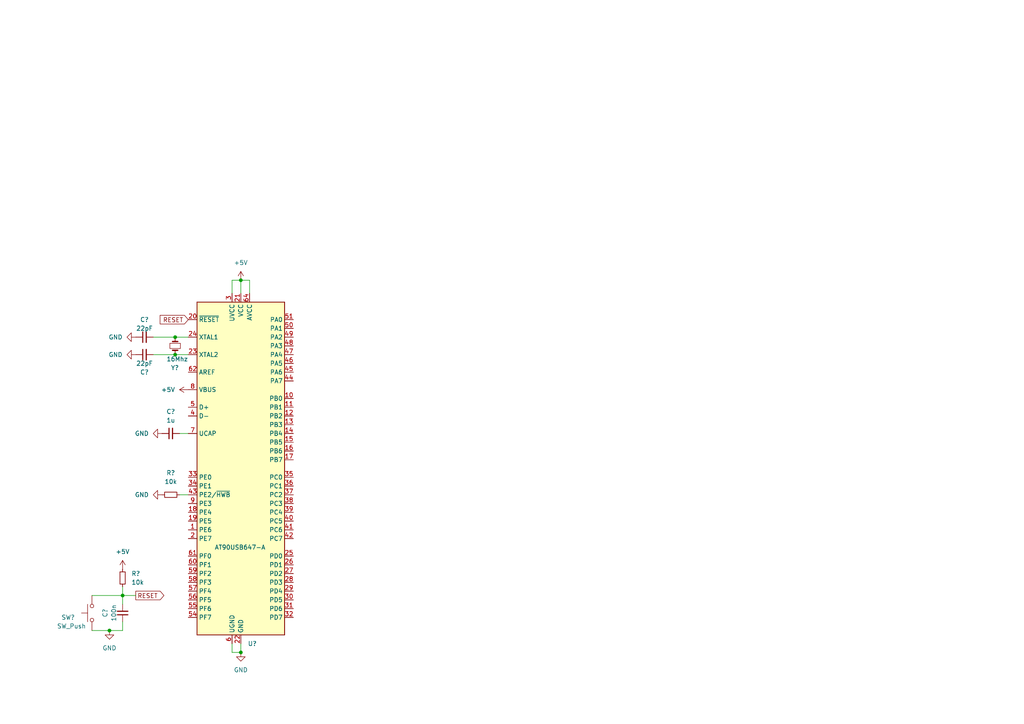
<source format=kicad_sch>
(kicad_sch (version 20211123) (generator eeschema)
  (paper "A4")
  (title_block (title "Karim Dream Keyboard") (date "2022-07-30") (rev "v1") (comment 1 "creativecommons.org/licenses/by/4.0/") (comment 2 "License: CC BY 4.0") (comment 3 "Author: mihey"))
  (lib_symbols
    (symbol "Device:C_Small" (pin_numbers hide) (pin_names (offset 0.254) hide)
      (property "Reference" "C" (at 0.254 1.778 0))
      (property "Value" "C_Small" (at 0.254 -2.032 0))
      (symbol "C_Small_0_1"
        (polyline (pts (xy -1.524 -0.508) (xy 1.524 -0.508)) (stroke (width 0.3302)))
        (polyline (pts (xy -1.524 0.508) (xy 1.524 0.508)) (stroke (width 0.3048)))
      )
      (symbol "C_Small_1_1"
        (pin passive line (at 0 2.54 270) (length 2.032) (name "~") (number "1"))
        (pin passive line (at 0 -2.54 90) (length 2.032) (name "~") (number "2"))
      )
    )
    (symbol "Device:Crystal_Small" (pin_numbers hide) (pin_names (offset 1.016) hide)
      (property "Reference" "Y" (at 0 2.54 0))
      (property "Value" "Crystal_Small" (at 0 -2.54 0))
      (symbol "Crystal_Small_0_1"
        (rectangle (start -0.762 -1.524) (end 0.762 1.524))
        (polyline (pts (xy -1.27 -0.762) (xy -1.27 0.762)) (stroke (width 0.381)))
        (polyline (pts (xy 1.27 -0.762) (xy 1.27 0.762)) (stroke (width 0.381)))
      )
      (symbol "Crystal_Small_1_1"
        (pin passive line (at -2.54 0 0) (length 1.27) (name "1") (number "1"))
        (pin passive line (at 2.54 0 180) (length 1.27) (name "2") (number "2"))
      )
    )
    (symbol "Device:R_Small" (pin_numbers hide) (pin_names (offset 0.254) hide)
      (property "Reference" "R" (at 0.762 0.508 0))
      (property "Value" "R_Small" (at 0.762 -1.016 0))
      (symbol "R_Small_0_1"
        (rectangle (start -0.762 1.778) (end 0.762 -1.778) (stroke (width 0.2032)))
      )
      (symbol "R_Small_1_1"
        (pin passive line (at 0 2.54 270) (length 0.762) (name "~") (number "1"))
        (pin passive line (at 0 -2.54 90) (length 0.762) (name "~") (number "2"))
      )
    )
    (symbol "MCU_Microchip_AVR:AT90USB647-A"
      (property "Reference" "U" (at -12.7 49.53 0))
      (property "Value" "AT90USB647-A" (at 2.54 -49.53 0))
      (symbol "AT90USB647-A_0_1"
        (rectangle (start -12.7 -48.26) (end 12.7 48.26) (stroke (width 0.254)) (fill (type background)))
      )
      (symbol "AT90USB647-A_1_1"
        (pin bidirectional line (at -15.24 -17.78 0) (length 2.54) (name "PE6") (number "1"))
        (pin bidirectional line (at 15.24 20.32 180) (length 2.54) (name "PB0") (number "10"))
        (pin bidirectional line (at 15.24 17.78 180) (length 2.54) (name "PB1") (number "11"))
        (pin bidirectional line (at 15.24 15.24 180) (length 2.54) (name "PB2") (number "12"))
        (pin bidirectional line (at 15.24 12.7 180) (length 2.54) (name "PB3") (number "13"))
        (pin bidirectional line (at 15.24 10.16 180) (length 2.54) (name "PB4") (number "14"))
        (pin bidirectional line (at 15.24 7.62 180) (length 2.54) (name "PB5") (number "15"))
        (pin bidirectional line (at 15.24 5.08 180) (length 2.54) (name "PB6") (number "16"))
        (pin bidirectional line (at 15.24 2.54 180) (length 2.54) (name "PB7") (number "17"))
        (pin bidirectional line (at -15.24 -12.7 0) (length 2.54) (name "PE4") (number "18"))
        (pin bidirectional line (at -15.24 -15.24 0) (length 2.54) (name "PE5") (number "19"))
        (pin bidirectional line (at -15.24 -20.32 0) (length 2.54) (name "PE7") (number "2"))
        (pin input line (at -15.24 43.18 0) (length 2.54) (name "~{RESET}") (number "20"))
        (pin power_in line (at 0 50.8 270) (length 2.54) (name "VCC") (number "21"))
        (pin power_in line (at 0 -50.8 90) (length 2.54) (name "GND") (number "22"))
        (pin output line (at -15.24 33.02 0) (length 2.54) (name "XTAL2") (number "23"))
        (pin input line (at -15.24 38.1 0) (length 2.54) (name "XTAL1") (number "24"))
        (pin bidirectional line (at 15.24 -25.4 180) (length 2.54) (name "PD0") (number "25"))
        (pin bidirectional line (at 15.24 -27.94 180) (length 2.54) (name "PD1") (number "26"))
        (pin bidirectional line (at 15.24 -30.48 180) (length 2.54) (name "PD2") (number "27"))
        (pin bidirectional line (at 15.24 -33.02 180) (length 2.54) (name "PD3") (number "28"))
        (pin bidirectional line (at 15.24 -35.56 180) (length 2.54) (name "PD4") (number "29"))
        (pin power_in line (at -2.54 50.8 270) (length 2.54) (name "UVCC") (number "3"))
        (pin bidirectional line (at 15.24 -38.1 180) (length 2.54) (name "PD5") (number "30"))
        (pin bidirectional line (at 15.24 -40.64 180) (length 2.54) (name "PD6") (number "31"))
        (pin bidirectional line (at 15.24 -43.18 180) (length 2.54) (name "PD7") (number "32"))
        (pin bidirectional line (at -15.24 -2.54 0) (length 2.54) (name "PE0") (number "33"))
        (pin bidirectional line (at -15.24 -5.08 0) (length 2.54) (name "PE1") (number "34"))
        (pin bidirectional line (at 15.24 -2.54 180) (length 2.54) (name "PC0") (number "35"))
        (pin bidirectional line (at 15.24 -5.08 180) (length 2.54) (name "PC1") (number "36"))
        (pin bidirectional line (at 15.24 -7.62 180) (length 2.54) (name "PC2") (number "37"))
        (pin bidirectional line (at 15.24 -10.16 180) (length 2.54) (name "PC3") (number "38"))
        (pin bidirectional line (at 15.24 -12.7 180) (length 2.54) (name "PC4") (number "39"))
        (pin bidirectional line (at -15.24 15.24 0) (length 2.54) (name "D-") (number "4"))
        (pin bidirectional line (at 15.24 -15.24 180) (length 2.54) (name "PC5") (number "40"))
        (pin bidirectional line (at 15.24 -17.78 180) (length 2.54) (name "PC6") (number "41"))
        (pin bidirectional line (at 15.24 -20.32 180) (length 2.54) (name "PC7") (number "42"))
        (pin bidirectional line (at -15.24 -7.62 0) (length 2.54) (name "PE2/~{HWB}") (number "43"))
        (pin bidirectional line (at 15.24 25.4 180) (length 2.54) (name "PA7") (number "44"))
        (pin bidirectional line (at 15.24 27.94 180) (length 2.54) (name "PA6") (number "45"))
        (pin bidirectional line (at 15.24 30.48 180) (length 2.54) (name "PA5") (number "46"))
        (pin bidirectional line (at 15.24 33.02 180) (length 2.54) (name "PA4") (number "47"))
        (pin bidirectional line (at 15.24 35.56 180) (length 2.54) (name "PA3") (number "48"))
        (pin bidirectional line (at 15.24 38.1 180) (length 2.54) (name "PA2") (number "49"))
        (pin bidirectional line (at -15.24 17.78 0) (length 2.54) (name "D+") (number "5"))
        (pin bidirectional line (at 15.24 40.64 180) (length 2.54) (name "PA1") (number "50"))
        (pin bidirectional line (at 15.24 43.18 180) (length 2.54) (name "PA0") (number "51"))
        (pin passive line (at 0 50.8 270) (length 2.54) hide (name "VCC") (number "52"))
        (pin passive line (at 0 -50.8 90) (length 2.54) hide (name "GND") (number "53"))
        (pin bidirectional line (at -15.24 -43.18 0) (length 2.54) (name "PF7") (number "54"))
        (pin bidirectional line (at -15.24 -40.64 0) (length 2.54) (name "PF6") (number "55"))
        (pin bidirectional line (at -15.24 -38.1 0) (length 2.54) (name "PF5") (number "56"))
        (pin bidirectional line (at -15.24 -35.56 0) (length 2.54) (name "PF4") (number "57"))
        (pin bidirectional line (at -15.24 -33.02 0) (length 2.54) (name "PF3") (number "58"))
        (pin bidirectional line (at -15.24 -30.48 0) (length 2.54) (name "PF2") (number "59"))
        (pin power_in line (at -2.54 -50.8 90) (length 2.54) (name "UGND") (number "6"))
        (pin bidirectional line (at -15.24 -27.94 0) (length 2.54) (name "PF1") (number "60"))
        (pin bidirectional line (at -15.24 -25.4 0) (length 2.54) (name "PF0") (number "61"))
        (pin passive line (at -15.24 27.94 0) (length 2.54) (name "AREF") (number "62"))
        (pin passive line (at 0 -50.8 90) (length 2.54) hide (name "GND") (number "63"))
        (pin power_in line (at 2.54 50.8 270) (length 2.54) (name "AVCC") (number "64"))
        (pin passive line (at -15.24 10.16 0) (length 2.54) (name "UCAP") (number "7"))
        (pin input line (at -15.24 22.86 0) (length 2.54) (name "VBUS") (number "8"))
        (pin bidirectional line (at -15.24 -10.16 0) (length 2.54) (name "PE3") (number "9"))
      )
    )
    (symbol "Switch:SW_Push" (pin_numbers hide) (pin_names (offset 1.016) hide)
      (property "Reference" "SW" (at 1.27 2.54 0))
      (property "Value" "SW_Push" (at 0 -1.524 0))
      (symbol "SW_Push_0_1"
        (circle (center -2.032 0) (radius 0.508))
        (polyline (pts (xy 0 1.27) (xy 0 3.048)))
        (polyline (pts (xy 2.54 1.27) (xy -2.54 1.27)))
        (circle (center 2.032 0) (radius 0.508))
        (pin passive line (at -5.08 0 0) (length 2.54) (name "1") (number "1"))
        (pin passive line (at 5.08 0 180) (length 2.54) (name "2") (number "2"))
      )
    )
    (symbol "power:+5V" (power) (pin_names (offset 0))
      (property "Value" "+5V" (at 0 3.556 0))
      (symbol "+5V_0_1"
        (polyline (pts (xy -0.762 1.27) (xy 0 2.54)))
        (polyline (pts (xy 0 0) (xy 0 2.54)))
        (polyline (pts (xy 0 2.54) (xy 0.762 1.27)))
      )
      (symbol "+5V_1_1"
        (pin power_in line (at 0 0 90) (length 0) hide (name "+5V") (number "1"))
      )
    )
    (symbol "power:GND" (power) (pin_names (offset 0))
      (property "Value" "GND" (at 0 -3.81 0))
      (symbol "GND_0_1"
        (polyline (pts (xy 0 0) (xy 0 -1.27) (xy 1.27 -1.27) (xy 0 -2.54) (xy -1.27 -1.27) (xy 0 -1.27)))
      )
      (symbol "GND_1_1"
        (pin power_in line (at 0 0 270) (length 0) hide (name "GND") (number "1"))
      )
    )
  )
  (junction (at 50.8 97.79))
  (junction (at 50.8 102.87))
  (junction (at 35.56 172.72))
  (junction (at 69.85 189.23))
  (junction (at 69.85 81.28))
  (junction (at 31.75 182.88))
  (wire (pts (xy 35.56 182.88) (xy 31.75 182.88)))
  (wire (pts (xy 35.56 180.34) (xy 35.56 182.88)))
  (wire (pts (xy 50.8 102.87) (xy 54.61 102.87)))
  (wire (pts (xy 35.56 170.18) (xy 35.56 172.72)))
  (wire (pts (xy 50.8 97.79) (xy 54.61 97.79)))
  (wire (pts (xy 69.85 81.28) (xy 69.85 85.09)))
  (wire (pts (xy 72.39 85.09) (xy 72.39 81.28)))
  (wire (pts (xy 35.56 172.72) (xy 35.56 175.26)))
  (wire (pts (xy 35.56 172.72) (xy 39.37 172.72)))
  (wire (pts (xy 67.31 189.23) (xy 69.85 189.23)))
  (wire (pts (xy 44.45 102.87) (xy 50.8 102.87)))
  (wire (pts (xy 44.45 97.79) (xy 50.8 97.79)))
  (wire (pts (xy 52.07 143.51) (xy 54.61 143.51)))
  (wire (pts (xy 31.75 182.88) (xy 26.67 182.88)))
  (wire (pts (xy 67.31 81.28) (xy 69.85 81.28)))
  (wire (pts (xy 67.31 186.69) (xy 67.31 189.23)))
  (wire (pts (xy 72.39 81.28) (xy 69.85 81.28)))
  (wire (pts (xy 52.07 125.73) (xy 54.61 125.73)))
  (wire (pts (xy 67.31 85.09) (xy 67.31 81.28)))
  (wire (pts (xy 69.85 186.69) (xy 69.85 189.23)))
  (wire (pts (xy 26.67 172.72) (xy 35.56 172.72)))
  (global_label "RESET" (shape output) (at 39.37 172.72 0) (property "Intersheet References" "${INTERSHEET_REFS}" (effects hide)))
  (global_label "RESET" (shape input) (at 54.61 92.71 180) (property "Intersheet References" "${INTERSHEET_REFS}" (effects hide)))
  (symbol (lib_id "power:+5V") (at 54.61 113.03 90) (unit 1)
    (property "Reference" "#PWR?" (effects hide))
    (property "Value" "+5V" (at 50.8 113.0299 90) (effects (justify left)))
  )
  (symbol (lib_id "Device:R_Small") (at 49.53 143.51 90) (unit 1)
    (property "Reference" "R?" (at 49.53 137.16 90))
    (property "Value" "10k" (at 49.53 139.7 90))
  )
  (symbol (lib_id "Device:C_Small") (at 41.91 102.87 90) (unit 1)
    (property "Reference" "C?" (at 41.91 107.95 90))
    (property "Value" "22pF" (at 41.91 105.41 90))
  )
  (symbol (lib_id "power:GND") (at 39.37 102.87 270) (unit 1)
    (property "Reference" "#PWR?" (effects hide))
    (property "Value" "GND" (at 35.56 102.8699 90) (effects (justify right)))
  )
  (symbol (lib_id "power:GND") (at 46.99 143.51 270) (unit 1)
    (property "Reference" "#PWR?" (effects hide))
    (property "Value" "GND" (at 43.18 143.5099 90) (effects (justify right)))
  )
  (symbol (lib_id "power:GND") (at 39.37 97.79 270) (unit 1)
    (property "Reference" "#PWR?" (effects hide))
    (property "Value" "GND" (at 35.56 97.7899 90) (effects (justify right)))
  )
  (symbol (lib_id "Device:R_Small") (at 35.56 167.64 180) (unit 1)
    (property "Reference" "R?" (at 38.1 166.3699 0) (effects (justify right)))
    (property "Value" "10k" (at 38.1 168.9099 0) (effects (justify right)))
  )
  (symbol (lib_id "power:+5V") (at 35.56 165.1 0) (unit 1)
    (property "Reference" "#PWR?" (effects hide))
    (property "Value" "+5V" (at 35.56 160.02 0))
  )
  (symbol (lib_id "power:GND") (at 46.99 125.73 270) (unit 1)
    (property "Reference" "#PWR?" (effects hide))
    (property "Value" "GND" (at 43.18 125.7299 90) (effects (justify right)))
  )
  (symbol (lib_id "Device:Crystal_Small") (at 50.8 100.33 90) (unit 1)
    (property "Reference" "Y?" (at 49.53 106.68 90) (effects (justify right)))
    (property "Value" "16Mhz" (at 48.26 104.14 90) (effects (justify right)))
  )
  (symbol (lib_id "MCU_Microchip_AVR:AT90USB647-A") (at 69.85 135.89 0) (unit 1)
    (property "Reference" "U?" (at 71.8694 186.69 0) (effects (justify left)))
    (property "Value" "AT90USB647-A" (at 62.23 158.75 0) (effects (justify left)))
    (property "Footprint" "Package_QFP:TQFP-64_14x14mm_P0.8mm" (effects hide))
    (property "Datasheet" "http://ww1.microchip.com/downloads/en/DeviceDoc/doc7593.pdf" (effects hide))
  )
  (symbol (lib_id "Switch:SW_Push") (at 26.67 177.8 90) (unit 1)
    (property "Reference" "SW?" (at 17.78 179.07 90) (effects (justify right)))
    (property "Value" "SW_Push" (at 16.51 181.61 90) (effects (justify right)))
  )
  (symbol (lib_id "Device:C_Small") (at 41.91 97.79 90) (unit 1)
    (property "Reference" "C?" (at 41.91 92.71 90))
    (property "Value" "22pF" (at 41.91 95.25 90))
  )
  (symbol (lib_id "Device:C_Small") (at 35.56 177.8 180) (unit 1)
    (property "Reference" "C?" (at 30.48 177.8 90))
    (property "Value" "100n" (at 33.02 177.8 90))
  )
  (symbol (lib_id "power:GND") (at 31.75 182.88 0) (unit 1)
    (property "Reference" "#PWR?" (effects hide))
    (property "Value" "GND" (at 31.75 187.96 0))
  )
  (symbol (lib_id "power:GND") (at 69.85 189.23 0) (unit 1)
    (property "Reference" "#PWR?" (effects hide))
    (property "Value" "GND" (at 69.85 194.31 0))
  )
  (symbol (lib_id "Device:C_Small") (at 49.53 125.73 90) (unit 1)
    (property "Reference" "C?" (at 49.5363 119.38 90))
    (property "Value" "1u" (at 49.5363 121.92 90))
  )
  (symbol (lib_id "power:+5V") (at 69.85 81.28 0) (unit 1)
    (property "Reference" "#PWR?" (effects hide))
    (property "Value" "+5V" (at 69.85 76.2 0))
  )
)
</source>
